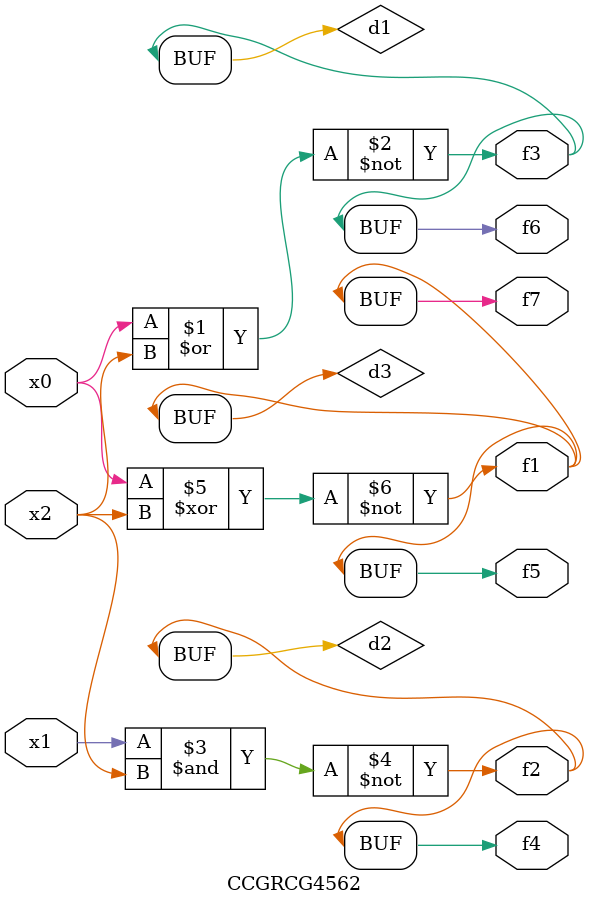
<source format=v>
module CCGRCG4562(
	input x0, x1, x2,
	output f1, f2, f3, f4, f5, f6, f7
);

	wire d1, d2, d3;

	nor (d1, x0, x2);
	nand (d2, x1, x2);
	xnor (d3, x0, x2);
	assign f1 = d3;
	assign f2 = d2;
	assign f3 = d1;
	assign f4 = d2;
	assign f5 = d3;
	assign f6 = d1;
	assign f7 = d3;
endmodule

</source>
